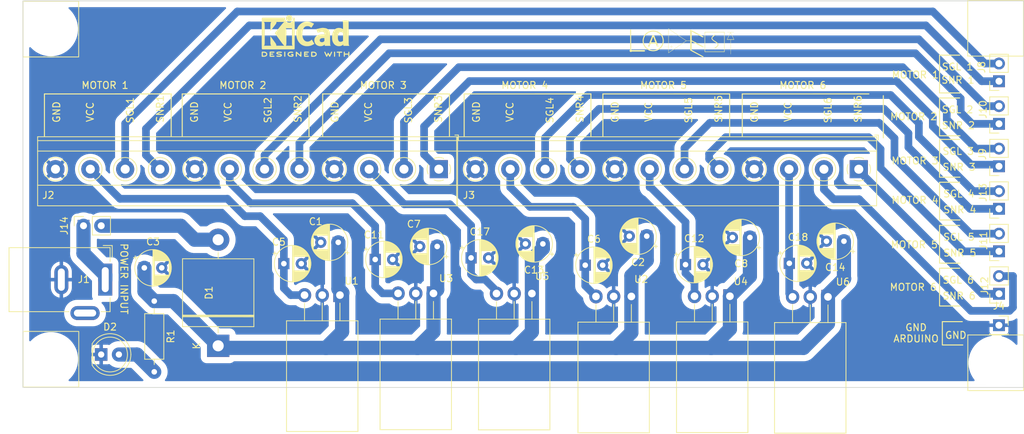
<source format=kicad_pcb>
(kicad_pcb (version 20211014) (generator pcbnew)
  (layers (0 "F.Cu" signal) (31 "B.Cu" signal) (34 "B.Paste" user) (35 "F.Paste" user) (36 "B.SilkS" user "B.Silkscreen") (37 "F.SilkS" user "F.Silkscreen") (38 "B.Mask" user) (39 "F.Mask" user) (44 "Edge.Cuts" user))
  (net 0 "")
  (net 1 "/12V")
  (net 2 "GNDREF")
  (net 3 "/VCC6V_1")
  (net 4 "/VCC6V_4")
  (net 5 "/VCC6V_2")
  (net 6 "/VCC5V_5")
  (net 7 "/VCC6V_3")
  (net 8 "/VCC5V_6")
  (net 9 "/SIGNAL_1")
  (net 10 "/SENSOR_1")
  (net 11 "/SIGNAL_2")
  (net 12 "/SENSOR_2")
  (net 13 "/SIGNAL_3")
  (net 14 "/SENSOR_3")
  (net 15 "/SIGNAL_5")
  (net 16 "/SENSOR_5")
  (net 17 "/SIGNAL_4")
  (net 18 "/SENSOR_4")
  (net 19 "/SIGNAL_6")
  (net 20 "/SENSOR_6")
  (net 21 "Net-(D1-Pad2)")
  (net 22 "Net-(D2-Pad2)")
  (net 23 "Net-(J1-Pad1)")
  (footprint "Connector_BarrelJack:BarrelJack_GCT_DCJ200-10-A_Horizontal" (layer "F.Cu") (at 39.3184 79.7932 -90)
    (fp_text reference "J1" (at -0.04 3.08 180) (layer "F.SilkS"))
    (fp_text value "CONN_ALIMENTAÇÃO_12V")
    (pad "1" thru_hole rect (at 0 0 270) (size 4.6 2) (drill oval 3.6 1) (layers *.Cu *.Mask) (net 23 "Net-(J1-Pad1)"))
    (pad "2" thru_hole oval (at 0 6.3 270) (size 4.2 2) (drill oval 3.2 1) (layers *.Cu *.Mask) (net 2 "GNDREF"))
    (pad "3" thru_hole oval (at 4.8 2.9 270) (size 2 4.2) (drill oval 1 3.2) (layers *.Cu *.Mask))
  )
  (footprint "Capacitor_THT:CP_Radial_D5.0mm_P2.50mm" (layer "F.Cu") (at 91.803688 76.6682)
    (fp_text reference "C17" (at 1.25 -3.75) (layer "F.SilkS"))
    (fp_text value "1uF/50V" hide)
    (pad "1" thru_hole rect (at 0 0) (size 1.6 1.6) (drill 0.8) (layers *.Cu *.Mask) (net 7 "/VCC6V_3"))
    (pad "2" thru_hole circle (at 2.5 0) (size 1.6 1.6) (drill 0.8) (layers *.Cu *.Mask) (net 2 "GNDREF"))
  )
  (footprint "Connector_PinSocket_2.54mm:PinSocket_1x01_P2.54mm_Vertical" (layer "F.Cu") (at 167.5338 86.3432)
    (fp_text reference "J4" (at 0 -2.77) (layer "F.SilkS"))
    (fp_text value "Conn_GND_arduino" hide)
    (pad "1" thru_hole rect (at 0 0) (size 1.7 1.7) (drill 1) (layers *.Cu *.Mask) (net 2 "GNDREF"))
  )
  (footprint "Capacitor_THT:CP_Radial_D5.0mm_P2.50mm" (layer "F.Cu") (at 86.943913 75.0282 180)
    (fp_text reference "C7" (at 3.355112 3.2125) (layer "F.SilkS"))
    (fp_text value "10uF/50V" hide)
    (pad "1" thru_hole rect (at 0 0 180) (size 1.6 1.6) (drill 0.8) (layers *.Cu *.Mask) (net 1 "/12V"))
    (pad "2" thru_hole circle (at 2.5 0 180) (size 1.6 1.6) (drill 0.8) (layers *.Cu *.Mask) (net 2 "GNDREF"))
  )
  (footprint "TerminalBlock_Phoenix:TerminalBlock_Phoenix_MKDS-1,5-12_1x12_P5.00mm_Horizontal" (layer "F.Cu") (at 147.4288 63.9332 180)
    (fp_text reference "J3" (at 55.93 -3.735) (layer "F.SilkS"))
    (fp_text value "Conn_motores_04_06")
    (pad "1" thru_hole rect (at 0 0 180) (size 2.6 2.6) (drill 1.3) (layers *.Cu *.Mask) (net 20 "/SENSOR_6"))
    (pad "2" thru_hole circle (at 5 0 180) (size 2.6 2.6) (drill 1.3) (layers *.Cu *.Mask) (net 19 "/SIGNAL_6"))
    (pad "3" thru_hole circle (at 10 0 180) (size 2.6 2.6) (drill 1.3) (layers *.Cu *.Mask) (net 8 "/VCC5V_6"))
    (pad "4" thru_hole circle (at 15 0 180) (size 2.6 2.6) (drill 1.3) (layers *.Cu *.Mask) (net 2 "GNDREF"))
    (pad "5" thru_hole circle (at 20 0 180) (size 2.6 2.6) (drill 1.3) (layers *.Cu *.Mask) (net 16 "/SENSOR_5"))
    (pad "6" thru_hole circle (at 25 0 180) (size 2.6 2.6) (drill 1.3) (layers *.Cu *.Mask) (net 15 "/SIGNAL_5"))
    (pad "7" thru_hole circle (at 30 0 180) (size 2.6 2.6) (drill 1.3) (layers *.Cu *.Mask) (net 6 "/VCC5V_5"))
    (pad "8" thru_hole circle (at 35 0 180) (size 2.6 2.6) (drill 1.3) (layers *.Cu *.Mask) (net 2 "GNDREF"))
    (pad "9" thru_hole circle (at 40 0 180) (size 2.6 2.6) (drill 1.3) (layers *.Cu *.Mask) (net 18 "/SENSOR_4"))
    (pad "10" thru_hole circle (at 45 0 180) (size 2.6 2.6) (drill 1.3) (layers *.Cu *.Mask) (net 17 "/SIGNAL_4"))
    (pad "11" thru_hole circle (at 50 0 180) (size 2.6 2.6) (drill 1.3) (layers *.Cu *.Mask) (net 4 "/VCC6V_4"))
    (pad "12" thru_hole circle (at 55 0 180) (size 2.6 2.6) (drill 1.3) (layers *.Cu *.Mask) (net 2 "GNDREF"))
  )
  (footprint "Laboratorio_controle:Furo" (layer "F.Cu") (at 167.0588 43.6882)
    (fp_text reference "03" (at -0.02 -0.18 unlocked) (layer "F.SilkS"))
    (fp_text value "Furo")
    (pad "" np_thru_hole circle (at 0 0 180) (size 6 6) (drill 6) (layers F&B.Cu *.Mask))
  )
  (footprint "Connector_PinSocket_2.54mm:PinSocket_1x02_P2.54mm_Vertical" (layer "F.Cu") (at 167.5438 51.2932 180)
    (fp_text reference "J8" (at 2.495 2.015 90) (layer "F.SilkS"))
    (fp_text value "CONN_IN/OU_1" hide)
    (pad "1" thru_hole rect (at 0 0 180) (size 1.7 1.7) (drill 1) (layers *.Cu *.Mask) (net 10 "/SENSOR_1"))
    (pad "2" thru_hole oval (at 0 2.54 180) (size 1.7 1.7) (drill 1) (layers *.Cu *.Mask) (net 9 "/SIGNAL_1"))
  )
  (footprint "Package_TO_SOT_THT:TO-220-3_Horizontal_TabDown" (layer "F.Cu") (at 143.0088 82.2682 180)
    (fp_text reference "U6" (at -2.14 2.15 180) (layer "F.SilkS"))
    (fp_text value "LM7805_TO220")
    (pad "" np_thru_hole oval (at 2.54 -16.66 180) (size 3.5 3.5) (drill 3.5) (layers *.Cu *.Mask))
    (pad "1" thru_hole rect (at 0 0 180) (size 1.905 2) (drill 1.1) (layers *.Cu *.Mask) (net 1 "/12V"))
    (pad "2" thru_hole oval (at 2.54 0 180) (size 1.905 2) (drill 1.1) (layers *.Cu *.Mask) (net 2 "GNDREF"))
    (pad "3" thru_hole oval (at 5.08 0 180) (size 1.905 2) (drill 1.1) (layers *.Cu *.Mask) (net 8 "/VCC5V_6"))
  )
  (footprint "Package_TO_SOT_THT:TO-220-3_Horizontal_TabDown" (layer "F.Cu") (at 114.7988 82.2082 180)
    (fp_text reference "U2" (at -1.41 2.47 180) (layer "F.SilkS"))
    (fp_text value "LM7806_TO220")
    (pad "" np_thru_hole oval (at 2.54 -16.66 180) (size 3.5 3.5) (drill 3.5) (layers *.Cu *.Mask))
    (pad "1" thru_hole rect (at 0 0 180) (size 1.905 2) (drill 1.1) (layers *.Cu *.Mask) (net 1 "/12V"))
    (pad "2" thru_hole oval (at 2.54 0 180) (size 1.905 2) (drill 1.1) (layers *.Cu *.Mask) (net 2 "GNDREF"))
    (pad "3" thru_hole oval (at 5.08 0 180) (size 1.905 2) (drill 1.1) (layers *.Cu *.Mask) (net 4 "/VCC6V_4"))
  )
  (footprint "Capacitor_THT:CP_Radial_D5.0mm_P2.50mm" (layer "F.Cu") (at 131.8088 73.7382 180)
    (fp_text reference "C8" (at 1.25 -3.75) (layer "F.SilkS"))
    (fp_text value "10uF/50V" hide)
    (pad "1" thru_hole rect (at 0 0 180) (size 1.6 1.6) (drill 0.8) (layers *.Cu *.Mask) (net 1 "/12V"))
    (pad "2" thru_hole circle (at 2.5 0 180) (size 1.6 1.6) (drill 0.8) (layers *.Cu *.Mask) (net 2 "GNDREF"))
  )
  (footprint "Package_TO_SOT_THT:TO-220-3_Horizontal_TabDown" (layer "F.Cu") (at 128.9388 82.1782 180)
    (fp_text reference "U4" (at -1.56 2.12 180) (layer "F.SilkS"))
    (fp_text value "LM7805_TO220")
    (pad "" np_thru_hole oval (at 2.54 -16.66 180) (size 3.5 3.5) (drill 3.5) (layers *.Cu *.Mask))
    (pad "1" thru_hole rect (at 0 0 180) (size 1.905 2) (drill 1.1) (layers *.Cu *.Mask) (net 1 "/12V"))
    (pad "2" thru_hole oval (at 2.54 0 180) (size 1.905 2) (drill 1.1) (layers *.Cu *.Mask) (net 2 "GNDREF"))
    (pad "3" thru_hole oval (at 5.08 0 180) (size 1.905 2) (drill 1.1) (layers *.Cu *.Mask) (net 6 "/VCC5V_5"))
  )
  (footprint "Connector_PinSocket_2.54mm:PinSocket_1x02_P2.54mm_Vertical" (layer "F.Cu") (at 167.5438 69.6232 180)
    (fp_text reference "J11" (at 2.22 -4.56 90) (layer "F.SilkS"))
    (fp_text value "CONN_IN/OU_4" hide)
    (pad "1" thru_hole rect (at 0 0 180) (size 1.7 1.7) (drill 1) (layers *.Cu *.Mask) (net 18 "/SENSOR_4"))
    (pad "2" thru_hole oval (at 0 2.54 180) (size 1.7 1.7) (drill 1) (layers *.Cu *.Mask) (net 17 "/SIGNAL_4"))
  )
  (footprint "Package_TO_SOT_THT:TO-220-3_Horizontal_TabDown" (layer "F.Cu") (at 100.5288 81.7882 180)
    (fp_text reference "U5" (at -1.475 2.475 180) (layer "F.SilkS"))
    (fp_text value "LM7806_TO220")
    (pad "" np_thru_hole oval (at 2.54 -16.66 180) (size 3.5 3.5) (drill 3.5) (layers *.Cu *.Mask))
    (pad "1" thru_hole rect (at 0 0 180) (size 1.905 2) (drill 1.1) (layers *.Cu *.Mask) (net 1 "/12V"))
    (pad "2" thru_hole oval (at 2.54 0 180) (size 1.905 2) (drill 1.1) (layers *.Cu *.Mask) (net 2 "GNDREF"))
    (pad "3" thru_hole oval (at 5.08 0 180) (size 1.905 2) (drill 1.1) (layers *.Cu *.Mask) (net 7 "/VCC6V_3"))
  )
  (footprint "Package_TO_SOT_THT:TO-220-3_Horizontal_TabDown" (layer "F.Cu") (at 86.4088 81.7682 180)
    (fp_text reference "U3" (at -1.81 2.145 180) (layer "F.SilkS"))
    (fp_text value "LM7806_TO220")
    (pad "" np_thru_hole oval (at 2.54 -16.66 180) (size 3.5 3.5) (drill 3.5) (layers *.Cu *.Mask))
    (pad "1" thru_hole rect (at 0 0 180) (size 1.905 2) (drill 1.1) (layers *.Cu *.Mask) (net 1 "/12V"))
    (pad "2" thru_hole oval (at 2.54 0 180) (size 1.905 2) (drill 1.1) (layers *.Cu *.Mask) (net 2 "GNDREF"))
    (pad "3" thru_hole oval (at 5.08 0 180) (size 1.905 2) (drill 1.1) (layers *.Cu *.Mask) (net 5 "/VCC6V_2"))
  )
  (footprint "footprints:ladesi" (layer "F.Cu") (at 122.0488 45.7782)
    (fp_text reference "G***" hide)
    (fp_text value "LOGO" hide)
  )
  (footprint "Capacitor_THT:CP_Radial_D5.0mm_P2.50mm" (layer "F.Cu") (at 72.743913 74.4382 180)
    (fp_text reference "C1" (at 3.230112 2.9875) (layer "F.SilkS"))
    (fp_text value "10uF/50V" hide)
    (pad "1" thru_hole rect (at 0 0 180) (size 1.6 1.6) (drill 0.8) (layers *.Cu *.Mask) (net 1 "/12V"))
    (pad "2" thru_hole circle (at 2.5 0 180) (size 1.6 1.6) (drill 0.8) (layers *.Cu *.Mask) (net 2 "GNDREF"))
  )
  (footprint "Capacitor_THT:CP_Radial_D5.0mm_P2.50mm" (layer "F.Cu") (at 78.0488 76.8982)
    (fp_text reference "C11" (at -0.169888 -3.5375) (layer "F.SilkS"))
    (fp_text value "1uF/50V" hide)
    (pad "1" thru_hole rect (at 0 0) (size 1.6 1.6) (drill 0.8) (layers *.Cu *.Mask) (net 5 "/VCC6V_2"))
    (pad "2" thru_hole circle (at 2.5 0) (size 1.6 1.6) (drill 0.8) (layers *.Cu *.Mask) (net 2 "GNDREF"))
  )
  (footprint "Capacitor_THT:CP_Radial_D5.0mm_P2.50mm" (layer "F.Cu") (at 64.943688 77.4982)
    (fp_text reference "C5" (at -0.719888 -3.1125) (layer "F.SilkS"))
    (fp_text value "1uF/50V" hide)
    (pad "1" thru_hole rect (at 0 0) (size 1.6 1.6) (drill 0.8) (layers *.Cu *.Mask) (net 3 "/VCC6V_1"))
    (pad "2" thru_hole circle (at 2.5 0) (size 1.6 1.6) (drill 0.8) (layers *.Cu *.Mask) (net 2 "GNDREF"))
  )
  (footprint "Laboratorio_controle:Furo" (layer "F.Cu") (at 167.0688 91.7382)
    (fp_text reference "04" (at -0.3 -0.05 unlocked) (layer "F.SilkS"))
    (fp_text value "Furo")
    (pad "" np_thru_hole circle (at 0 0 180) (size 6 6) (drill 6) (layers F&B.Cu *.Mask))
  )
  (footprint "TerminalBlock_Phoenix:TerminalBlock_Phoenix_MKDS-1,5-12_1x12_P5.00mm_Horizontal" (layer "F.Cu") (at 87.1788 63.9282 180)
    (fp_text reference "J2" (at 56.03 -3.74) (layer "F.SilkS"))
    (fp_text value "Conn_motores_01_03")
    (pad "1" thru_hole rect (at 0 0 180) (size 2.6 2.6) (drill 1.3) (layers *.Cu *.Mask) (net 14 "/SENSOR_3"))
    (pad "2" thru_hole circle (at 5 0 180) (size 2.6 2.6) (drill 1.3) (layers *.Cu *.Mask) (net 13 "/SIGNAL_3"))
    (pad "3" thru_hole circle (at 10 0 180) (size 2.6 2.6) (drill 1.3) (layers *.Cu *.Mask) (net 7 "/VCC6V_3"))
    (pad "4" thru_hole circle (at 15 0 180) (size 2.6 2.6) (drill 1.3) (layers *.Cu *.Mask) (net 2 "GNDREF"))
    (pad "5" thru_hole circle (at 20 0 180) (size 2.6 2.6) (drill 1.3) (layers *.Cu *.Mask) (net 12 "/SENSOR_2"))
    (pad "6" thru_hole circle (at 25 0 180) (size 2.6 2.6) (drill 1.3) (layers *.Cu *.Mask) (net 11 "/SIGNAL_2"))
    (pad "7" thru_hole circle (at 30 0 180) (size 2.6 2.6) (drill 1.3) (layers *.Cu *.Mask) (net 5 "/VCC6V_2"))
    (pad "8" thru_hole circle (at 35 0 180) (size 2.6 2.6) (drill 1.3) (layers *.Cu *.Mask) (net 2 "GNDREF"))
    (pad "9" thru_hole circle (at 40 0 180) (size 2.6 2.6) (drill 1.3) (layers *.Cu *.Mask) (net 10 "/SENSOR_1"))
    (pad "10" thru_hole circle (at 45 0 180) (size 2.6 2.6) (drill 1.3) (layers *.Cu *.Mask) (net 9 "/SIGNAL_1"))
    (pad "11" thru_hole circle (at 50 0 180) (size 2.6 2.6) (drill 1.3) (layers *.Cu *.Mask) (net 3 "/VCC6V_1"))
    (pad "12" thru_hole circle (at 55 0 180) (size 2.6 2.6) (drill 1.3) (layers *.Cu *.Mask) (net 2 "GNDREF"))
  )
  (footprint "Connector_PinSocket_2.54mm:PinSocket_1x02_P2.54mm_Vertical" (layer "F.Cu") (at 167.5438 57.4132 180)
    (fp_text reference "J10" (at 2.295 2.065 270) (layer "F.SilkS"))
    (fp_text value "CONN_IN/OU_2" hide)
    (pad "1" thru_hole rect (at 0 0 180) (size 1.7 1.7) (drill 1) (layers *.Cu *.Mask) (net 12 "/SENSOR_2"))
    (pad "2" thru_hole oval (at 0 2.54 180) (size 1.7 1.7) (drill 1) (layers *.Cu *.Mask) (net 11 "/SIGNAL_2"))
  )
  (footprint "LED_THT:LED_D5.0mm" (layer "F.Cu") (at 38.7338 90.5482)
    (fp_text reference "D2" (at 1.27 -3.96) (layer "F.SilkS"))
    (fp_text value "LED")
    (pad "1" thru_hole rect (at 0 0) (size 1.8 1.8) (drill 0.9) (layers *.Cu *.Mask) (net 2 "GNDREF"))
    (pad "2" thru_hole circle (at 2.54 0) (size 1.8 1.8) (drill 0.9) (layers *.Cu *.Mask) (net 22 "Net-(D2-Pad2)"))
  )
  (footprint "Capacitor_THT:CP_Radial_D5.0mm_P2.50mm" (layer "F.Cu") (at 117.0088 73.5482 180)
    (fp_text reference "C2" (at 1.25 -3.75) (layer "F.SilkS"))
    (fp_text value "10uF/50V" hide)
    (pad "1" thru_hole rect (at 0 0 180) (size 1.6 1.6) (drill 0.8) (layers *.Cu *.Mask) (net 1 "/12V"))
    (pad "2" thru_hole circle (at 2.5 0 180) (size 1.6 1.6) (drill 0.8) (layers *.Cu *.Mask) (net 2 "GNDREF"))
  )
  (footprint "Resistor_THT:R_Axial_DIN0207_L6.3mm_D2.5mm_P10.16mm_Horizontal" (layer "F.Cu") (at 46.3488 82.8782 -90)
    (fp_text reference "R1" (at 5.08 -2.37 90) (layer "F.SilkS"))
    (fp_text value "1K")
    (pad "1" thru_hole circle (at 0 0 270) (size 1.6 1.6) (drill 0.8) (layers *.Cu *.Mask) (net 1 "/12V"))
    (pad "2" thru_hole oval (at 10.16 0 270) (size 1.6 1.6) (drill 0.8) (layers *.Cu *.Mask) (net 22 "Net-(D2-Pad2)"))
  )
  (footprint "Capacitor_THT:CP_Radial_D5.0mm_P2.50mm" (layer "F.Cu") (at 122.5688 77.6382)
    (fp_text reference "C12" (at 1.25 -3.75) (layer "F.SilkS"))
    (fp_text value "1uF/50V" hide)
    (pad "1" thru_hole rect (at 0 0) (size 1.6 1.6) (drill 0.8) (layers *.Cu *.Mask) (net 6 "/VCC5V_5"))
    (pad "2" thru_hole circle (at 2.5 0) (size 1.6 1.6) (drill 0.8) (layers *.Cu *.Mask) (net 2 "GNDREF"))
  )
  (footprint "Capacitor_THT:CP_Radial_D5.0mm_P2.50mm" (layer "F.Cu") (at 145.2988 74.2782 180)
    (fp_text reference "C14" (at 1.25 -3.75) (layer "F.SilkS"))
    (fp_text value "10uF/50V" hide)
    (pad "1" thru_hole rect (at 0 0 180) (size 1.6 1.6) (drill 0.8) (layers *.Cu *.Mask) (net 1 "/12V"))
    (pad "2" thru_hole circle (at 2.5 0 180) (size 1.6 1.6) (drill 0.8) (layers *.Cu *.Mask) (net 2 "GNDREF"))
  )
  (footprint "Capacitor_THT:CP_Radial_D5.0mm_P2.50mm" (layer "F.Cu") (at 44.923688 78.0982)
    (fp_text reference "C3" (at 1.25 -3.75) (layer "F.SilkS"))
    (fp_text value "1uF/50V")
    (pad "1" thru_hole rect (at 0 0) (size 1.6 1.6) (drill 0.8) (layers *.Cu *.Mask) (net 1 "/12V"))
    (pad "2" thru_hole circle (at 2.5 0) (size 1.6 1.6) (drill 0.8) (layers *.Cu *.Mask) (net 2 "GNDREF"))
  )
  (footprint "Connector_PinSocket_2.54mm:PinSocket_1x02_P2.54mm_Vertical" (layer "F.Cu") (at 167.5438 63.5132 180)
    (fp_text reference "J9" (at 2.37 1.74 90) (layer "F.SilkS"))
    (fp_text value "CONN_IN/OU_3" hide)
    (pad "1" thru_hole rect (at 0 0 180) (size 1.7 1.7) (drill 1) (layers *.Cu *.Mask) (net 14 "/SENSOR_3"))
    (pad "2" thru_hole oval (at 0 2.54 180) (size 1.7 1.7) (drill 1) (layers *.Cu *.Mask) (net 13 "/SIGNAL_3"))
  )
  (footprint "Symbol:KiCad-Logo2_5mm_SilkScreen" (layer "F.Cu") (at 68.0488 44.7782)
    (fp_text reference "REF**" hide)
    (fp_text value "KiCad-Logo" hide)
  )
  (footprint "Laboratorio_controle:D_DO_6A6_DC__P15.24mm_Horizontal_D1.0mm" (layer "F.Cu") (at 57.9188 89.2982 90)
    (fp_text reference "D1" (at 7.62 -3.72 90) (layer "F.SilkS"))
    (fp_text value "1N5404")
    (fp_text user "K" (at 0 -5.5 90) (layer "F.SilkS"))
    (pad "1" thru_hole rect (at 0 -2.4 90) (size 3.2 3.2) (drill 1.6) (layers *.Cu *.Mask) (net 1 "/12V"))
    (pad "2" thru_hole oval (at 15.24 -2.4 90) (size 3.2 3.2) (drill 1.6) (layers *.Cu *.Mask) (net 21 "Net-(D1-Pad2)"))
  )
  (footprint "Capacitor_THT:CP_Radial_D5.0mm_P2.50mm" (layer "F.Cu") (at 137.463688 77.4482)
    (fp_text reference "C18" (at 1.25 -3.75) (layer "F.SilkS"))
    (fp_text value "1uF/50V" hide)
    (pad "1" thru_hole rect (at 0 0) (size 1.6 1.6) (drill 0.8) (layers *.Cu *.Mask) (net 8 "/VCC5V_6"))
    (pad "2" thru_hole circle (at 2.5 0) (size 1.6 1.6) (drill 0.8) (layers *.Cu *.Mask) (net 2 "GNDREF"))
  )
  (footprint "Connector_PinSocket_2.54mm:PinSocket_1x02_P2.54mm_Vertical" (layer "F.Cu") (at 167.5488 81.8282 180)
    (fp_text reference "J12" (at 2.07 1.14 90) (layer "F.SilkS"))
    (fp_text value "CONN_IN/OU_6" hide)
    (pad "1" thru_hole rect (at 0 0 180) (size 1.7 1.7) (drill 1) (layers *.Cu *.Mask) (net 20 "/SENSOR_6"))
    (pad "2" thru_hole oval (at 0 2.54 180) (size 1.7 1.7) (drill 1) (layers *.Cu *.Mask) (net 19 "/SIGNAL_6"))
  )
  (footprint "Capacitor_THT:CP_Radial_D5.0mm_P2.50mm" (layer "F.Cu") (at 102.103913 74.6582 180)
    (fp_text reference "C13" (at 1.25 -3.75) (layer "F.SilkS"))
    (fp_text value "10uF/50V" hide)
    (pad "1" thru_hole rect (at 0 0 180) (size 1.6 1.6) (drill 0.8) (layers *.Cu *.Mask) (net 1 "/12V"))
    (pad "2" thru_hole circle (at 2.5 0 180) (size 1.6 1.6) (drill 0.8) (layers *.Cu *.Mask) (net 2 "GNDREF"))
  )
  (footprint "Laboratorio_controle:Furo" (layer "F.Cu") (at 31.5088 43.8082)
    (fp_text reference "02" (at 0.16 -0.19 unlocked) (layer "F.SilkS"))
    (fp_text value "Furo")
    (pad "" np_thru_hole circle (at 0 0 180) (size 6 6) (drill 6) (layers F&B.Cu *.Mask))
  )
  (footprint "Package_TO_SOT_THT:TO-220-3_Horizontal_TabDown" (layer "F.Cu") (at 72.9888 82.0182 180)
    (fp_text reference "U1" (at -1.675 2.025) (layer "F.SilkS"))
    (fp_text value "LM7806_TO220")
    (pad "" np_thru_hole oval (at 2.54 -16.66 180) (size 3.5 3.5) (drill 3.5) (layers *.Cu *.Mask))
    (pad "1" thru_hole rect (at 0 0 180) (size 1.905 2) (drill 1.1) (layers *.Cu *.Mask) (net 1 "/12V"))
    (pad "2" thru_hole oval (at 2.54 0 180) (size 1.905 2) (drill 1.1) (layers *.Cu *.Mask) (net 2 "GNDREF"))
    (pad "3" thru_hole oval (at 5.08 0 180) (size 1.905 2) (drill 1.1) (layers *.Cu *.Mask) (net 3 "/VCC6V_1"))
  )
  (footprint "Connector_PinSocket_2.54mm:PinSocket_1x02_P2.54mm_Vertical" (layer "F.Cu") (at 167.5438 75.7282 180)
    (fp_text reference "J13" (at 2.295 8.44 90) (layer "F.SilkS"))
    (fp_text value "CONN_IN/OU_5" hide)
    (pad "1" thru_hole rect (at 0 0 180) (size 1.7 1.7) (drill 1) (layers *.Cu *.Mask) (net 16 "/SENSOR_5"))
    (pad "2" thru_hole oval (at 0 2.54 180) (size 1.7 1.7) (drill 1) (layers *.Cu *.Mask) (net 15 "/SIGNAL_5"))
  )
  (footprint "Connector_PinSocket_2.54mm:PinSocket_1x02_P2.54mm_Vertical" (layer "F.Cu") (at 36.1988 72.0532 90)
    (fp_text reference "J14" (at 0 -2.77 90) (layer "F.SilkS"))
    (fp_text value "LIGA/DESLIGA")
    (pad "1" thru_hole rect (at 0 0 90) (size 1.7 1.7) (drill 1) (layers *.Cu *.Mask) (net 23 "Net-(J1-Pad1)"))
    (pad "2" thru_hole oval (at 0 2.54 90) (size 1.7 1.7) (drill 1) (layers *.Cu *.Mask) (net 21 "Net-(D1-Pad2)"))
  )
  (footprint "Capacitor_THT:CP_Radial_D5.0mm_P2.50mm" (layer "F.Cu") (at 108.183688 77.7182)
    (fp_text reference "C6" (at 1.25 -3.75) (layer "F.SilkS"))
    (fp_text value "1uF/50V" hide)
    (pad "1" thru_hole rect (at 0 0) (size 1.6 1.6) (drill 0.8) (layers *.Cu *.Mask) (net 4 "/VCC6V_4"))
    (pad "2" thru_hole circle (at 2.5 0) (size 1.6 1.6) (drill 0.8) (layers *.Cu *.Mask) (net 2 "GNDREF"))
  )
  (footprint "Laboratorio_controle:Furo" (layer "F.Cu") (at 31.5188 91.2282)
    (fp_text reference "01" (at -0.24 -0.21 unlocked) (layer "F.SilkS"))
    (fp_text value "Furo" hide)
    (pad "" np_thru_hole circle (at 0 0 180) (size 6 6) (drill 6) (layers F&B.Cu *.Mask))
  )
  (gr_line (start 159.034 59.6532) (end 161.8988 59.6532) (layer "F.SilkS") (width 0.15))
  (gr_line (start 110.7138 53.1215) (end 110.7138 59.1793) (layer "F.SilkS") (width 0.15))
  (gr_line (start 159.084 71.2282) (end 161.9488 71.2282) (layer "F.SilkS") (width 0.15))
  (gr_line (start 70.5138 53.1215) (end 70.5138 59.1793) (layer "F.SilkS") (width 0.15))
  (gr_line (start 159.034 53.7032) (end 161.8988 53.7032) (layer "F.SilkS") (width 0.15))
  (gr_line (start 159.0164 78.1782) (end 159.0164 83.5782) (layer "F.SilkS") (width 0.15))
  (gr_line (start 159.4164 85.8282) (end 162.2812 85.8282) (layer "F.SilkS") (width 0.15))
  (gr_line (start 68.5488 53.1104) (end 68.5488 59.1682) (layer "F.SilkS") (width 0.15))
  (gr_line (start 150.9488 53.3704) (end 150.9488 59.4282) (layer "F.SilkS") (width 0.15))
  (gr_line (start 159.084 83.5782) (end 161.9488 83.5782) (layer "F.SilkS") (width 0.15))
  (gr_line (start 159.4164 85.8282) (end 159.4164 89.1782) (layer "F.SilkS") (width 0.15))
  (gr_line (start 159.0164 72.0282) (end 159.0164 77.4282) (layer "F.SilkS") (width 0.15))
  (gr_line (start 88.6788 53.1193) (end 70.5138 53.1215) (layer "F.SilkS") (width 0.15))
  (gr_line (start 159.034 72.0032) (end 161.8988 72.0032) (layer "F.SilkS") (width 0.15))
  (gr_line (start 159.034 78.1532) (end 161.8988 78.1532) (layer "F.SilkS") (width 0.15))
  (gr_line (start 159.0164 47.5782) (end 159.0164 52.9782) (layer "F.SilkS") (width 0.15))
  (gr_line (start 159.0164 59.6782) (end 159.0164 65.0782) (layer "F.SilkS") (width 0.15))
  (gr_line (start 128.8788 53.1193) (end 110.7138 53.1215) (layer "F.SilkS") (width 0.15))
  (gr_line (start 159.0164 53.7282) (end 159.0164 59.1282) (layer "F.SilkS") (width 0.15))
  (gr_line (start 159.034 47.5532) (end 161.8988 47.5532) (layer "F.SilkS") (width 0.15))
  (gr_line (start 68.5288 53.1193) (end 50.3638 53.1215) (layer "F.SilkS") (width 0.15))
  (gr_line (start 159.484 89.1782) (end 162.3488 89.1782) (layer "F.SilkS") (width 0.15))
  (gr_line (start 30.5938 53.1215) (end 30.5938 59.1793) (layer "F.SilkS") (width 0.15))
  (gr_line (start 128.8988 53.1104) (end 128.8988 59.1682) (layer "F.SilkS") (width 0.15))
  (gr_line (start 130.7138 53.1215) (end 130.7138 59.1793) (layer "F.SilkS") (width 0.15))
  (gr_line (start 159.0164 65.8282) (end 159.0164 71.2282) (layer "F.SilkS") (width 0.15))
  (gr_line (start 90.8138 53.1215) (end 90.8138 59.1793) (layer "F.SilkS") (width 0.15))
  (gr_line (start 159.084 65.0782) (end 161.9488 65.0782) (layer "F.SilkS") (width 0.15))
  (gr_line (start 48.7588 53.1193) (end 30.5938 53.1215) (layer "F.SilkS") (width 0.15))
  (gr_line (start 108.9788 53.1193) (end 90.8138 53.1215) (layer "F.SilkS") (width 0.15))
  (gr_line (start 159.034 65.8032) (end 161.8988 65.8032) (layer "F.SilkS") (width 0.15))
  (gr_line (start 159.084 59.1282) (end 161.9488 59.1282) (layer "F.SilkS") (width 0.15))
  (gr_line (start 48.7788 53.1104) (end 48.7788 59.1682) (layer "F.SilkS") (width 0.15))
  (gr_line (start 50.3638 53.1215) (end 50.3638 59.1793) (layer "F.SilkS") (width 0.15))
  (gr_line (start 159.084 77.4282) (end 161.9488 77.4282) (layer "F.SilkS") (width 0.15))
  (gr_line (start 159.084 52.9782) (end 161.9488 52.9782) (layer "F.SilkS") (width 0.15))
  (gr_line (start 108.9988 53.1104) (end 108.9988 59.1682) (layer "F.SilkS") (width 0.15))
  (gr_line (start 148.8788 53.1193) (end 130.7138 53.1215) (layer "F.SilkS") (width 0.15))
  (gr_line (start 88.6988 53.1104) (end 88.6988 59.1682) (layer "F.SilkS") (width 0.15))
  (gr_rect (start 27.5074 39.7548) (end 171.0888 95.2782) (layer "Edge.Cuts") (width 0.1) (fill none))
  (gr_text "GND\n" (at 112.4538 55.7193 90) (layer "F.SilkS") (effects (font (size 1 1))))
  (gr_text "VCC\n" (at 77.0688 55.7193 90) (layer "F.SilkS") (effects (font (size 1 1))))
  (gr_text "MOTOR 5" (at 155.3988 74.7782) (layer "F.SilkS") (effects (font (size 1 1))))
  (gr_text "GND\n" (at 72.2538 55.7193 90) (layer "F.SilkS") (effects (font (size 1 1))))
  (gr_text "GND\n" (at 132.4538 55.7193 90) (layer "F.SilkS") (effects (font (size 1 1))))
  (gr_text "SNR6" (at 147.3188 55.2693 90) (layer "F.SilkS") (effects (font (size 1 1))))
  (gr_text "SGL2\n" (at 62.6588 55.4593 90) (layer "F.SilkS") (effects (font (size 1 1))))
  (gr_text "MOTOR 3" (at 155.4988 62.7282) (layer "F.SilkS") (effects (font (size 1 1))))
  (gr_text "SNR3" (at 87.1188 55.2693 90) (layer "F.SilkS") (effects (font (size 1 1))))
  (gr_text "MOTOR 4" (at 155.4988 68.3782) (layer "F.SilkS") (effects (font (size 1 1))))
  (gr_text "MOTOR 5\n" (at 119.4088 51.8793) (layer "F.SilkS") (effects (font (size 1 1))))
  (gr_text "MOTOR 6\n" (at 139.4088 51.8793) (layer "F.SilkS") (effects (font (size 1 1))))
  (gr_text "SGL6\n" (at 143.0088 55.4593 90) (layer "F.SilkS") (effects (font (size 1 1))))
  (gr_text "SNR 4" (at 161.9238 69.7532) (layer "F.SilkS") (effects (font (size 1 1))))
  (gr_text "VCC\n" (at 56.9188 55.7193 90) (layer "F.SilkS") (effects (font (size 1 1))))
  (gr_text "SGL 3\n" (at 161.6988 61.3532) (layer "F.SilkS") (effects (font (size 1 1))))
  (gr_text "VCC\n" (at 137.2688 55.7193 90) (layer "F.SilkS") (effects (font (size 1 1))))
  (gr_text "SNR4" (at 107.4188 55.2693 90) (layer "F.SilkS") (effects (font (size 1 1))))
  (gr_text "SGL1\n" (at 42.8888 55.4593 90) (layer "F.SilkS") (effects (font (size 1 1))))
  (gr_text "SNR 3" (at 161.8238 63.6282) (layer "F.SilkS") (effects (font (size 1 1))))
  (gr_text "SNR5" (at 127.3188 55.2693 90) (layer "F.SilkS") (effects (font (size 1 1))))
  (gr_text "SNR2" (at 66.9688 55.2693 90) (layer "F.SilkS") (effects (font (size 1 1))))
  (gr_text "MOTOR 2" (at 155.2988 56.3782) (layer "F.SilkS") (effects (font (size 1 1))))
  (gr_text "SGL5" (at 123.0088 55.4593 90) (layer "F.SilkS") (effects (font (size 1 1))))
  (gr_text "GND\nARDUINO" (at 155.6488 87.4782) (layer "F.SilkS") (effects (font (size 1 1))))
  (gr_text "MOTOR 1" (at 155.5488 50.3782) (layer "F.SilkS") (effects (font (size 1 1))))
  (gr_text "GND\n" (at 32.3338 55.7193 90) (layer "F.SilkS") (effects (font (size 1 1))))
  (gr_text "MOTOR 6" (at 155.2488 80.8782) (layer "F.SilkS") (effects (font (size 1 1))))
  (gr_text "POWER INPUT\n\n\n" (at 40.3988 79.6782 270) (layer "F.SilkS") (effects (font (size 1 1))))
  (gr_text "GND\n" (at 52.1038 55.7193 90) (layer "F.SilkS") (effects (font (size 1 1))))
  (gr_text "SNR 5" (at 161.9238 75.9532) (layer "F.SilkS") (effects (font (size 1 1))))
  (gr_text "MOTOR 1\n" (at 39.2888 51.8793) (layer "F.SilkS") (effects (font (size 1 1))))
  (gr_text "VCC\n" (at 117.2688 55.7193 90) (layer "F.SilkS") (effects (font (size 1 1))))
  (gr_text "MOTOR 2\n" (at 59.0588 51.8793) (layer "F.SilkS") (effects (font (size 1 1))))
  (gr_text "SGL 5\n" (at 161.7988 73.6782) (layer "F.SilkS") (effects (font (size 1 1))))
  (gr_text "SGL 4\n" (at 161.7988 67.4782) (layer "F.SilkS") (effects (font (size 1 1))))
  (gr_text "SNR 6" (at 161.8238 82.1282) (layer "F.SilkS") (effects (font (size 1 1))))
  (gr_text "MOTOR 3\n" (at 79.2088 51.8793) (layer "F.SilkS") (effects (font (size 1 1))))
  (gr_text "SNR1" (at 47.1988 55.2693 90) (layer "F.SilkS") (effects (font (size 1 1))))
  (gr_text "SGL3\n" (at 82.8088 55.4593 90) (layer "F.SilkS") (effects (font (size 1 1))))
  (gr_text "GND" (at 161.3488 87.7782) (layer "F.SilkS") (effects (font (size 1 1))))
  (gr_text "VCC\n" (at 97.3688 55.7193 90) (layer "F.SilkS") (effects (font (size 1 1))))
  (gr_text "SGL 1" (at 161.5988 49.2282) (layer "F.SilkS") (effects (font (size 1 1))))
  (gr_text "SNR 2" (at 161.7238 57.6532) (layer "F.SilkS") (effects (font (size 1 1))))
  (gr_text "VCC\n" (at 37.1488 55.7193 90) (layer "F.SilkS") (effects (font (size 1 1))))
  (gr_text "SGL 6" (at 161.6988 79.8532) (layer "F.SilkS") (effects (font (size 1 1))))
  (gr_text "MOTOR 4\n" (at 99.5088 51.8793) (layer "F.SilkS") (effects (font (size 1 1))))
  (gr_text "SGL4\n" (at 103.1088 55.4593 90) (layer "F.SilkS") (effects (font (size 1 1))))
  (gr_text "GND\n" (at 92.5538 55.7193 90) (layer "F.SilkS") (effects (font (size 1 1))))
  (gr_text "SNR 1" (at 161.6488 51.1282) (layer "F.SilkS") (effects (font (size 1 1))))
  (gr_text "SGL 2\n" (at 161.5988 55.3782) (layer "F.SilkS") (effects (font (size 1 1))))
  (segment (start 72.7688 74.463087) (end 72.7688 81.124151) (width 2.03286) (layer "B.Cu") (net 1))
  (segment (start 128.9388 82.1782) (end 131.8088 79.3082) (width 2.03286) (layer "B.Cu") (net 1))
  (segment (start 114.7988 87.3982) (end 112.5988 89.5982) (width 2.03286) (layer "B.Cu") (net 1))
  (segment (start 70.9788 89.5982) (end 84.0988 89.5982) (width 2.03286) (layer "B.Cu") (net 1))
  (segment (start 128.9388 86.8882) (end 126.2288 89.5982) (width 2.03286) (layer "B.Cu") (net 1))
  (segment (start 86.4088 81.7682) (end 86.4088 87.2882) (width 2.03286) (layer "B.Cu") (net 1))
  (segment (start 114.7988 82.2082) (end 114.7988 87.3982) (width 2.03286) (layer "B.Cu") (net 1))
  (segment (start 126.2288 89.5982) (end 139.4988 89.5982) (width 2.03286) (layer "B.Cu") (net 1))
  (segment (start 73.2988 82.176175) (end 73.2988 87.2782) (width 2.03286) (layer "B.Cu") (net 1))
  (segment (start 131.8088 79.3082) (end 131.8088 73.7382) (width 2.03286) (layer "B.Cu") (net 1))
  (segment (start 114.7988 82.2082) (end 114.7988 79.2382) (width 2.03286) (layer "B.Cu") (net 1))
  (segment (start 49.0988 82.8782) (end 55.5188 89.2982) (width 2.03286) (layer "B.Cu") (net 1))
  (segment (start 46.3488 82.8782) (end 44.943688 81.473088) (width 2.03286) (layer "B.Cu") (net 1))
  (segment (start 44.943688 81.473088) (end 44.943688 78.1182) (width 2.03286) (layer "B.Cu") (net 1))
  (segment (start 98.2188 89.5982) (end 112.5988 89.5982) (width 2.03286) (layer "B.Cu") (net 1))
  (segment (start 128.9388 82.1782) (end 128.9388 86.8882) (width 2.03286) (layer "B.Cu") (net 1))
  (segment (start 72.743913 74.4382) (end 72.7688 74.463087) (width 2.03286) (layer "B.Cu") (net 1))
  (segment (start 55.5188 89.2982) (end 55.8488 88.9682) (width 2.03286) (layer "B.Cu") (net 1))
  (segment (start 143.0088 81.9582) (end 145.3288 79.6382) (width 2.03286) (layer "B.Cu") (net 1))
  (segment (start 86.4088 87.2882) (end 84.0988 89.5982) (width 2.03286) (layer "B.Cu") (net 1))
  (segment (start 73.2988 87.2782) (end 70.9788 89.5982) (width 2.03286) (layer "B.Cu") (net 1))
  (segment (start 145.2988 79.6082) (end 145.3288 79.6382) (width 2.03286) (layer "B.Cu") (net 1))
  (segment (start 72.7688 81.124151) (end 73.3488 81.704151) (width 2.03286) (layer "B.Cu") (net 1))
  (segment (start 102.103913 75.320313) (end 102.103913 74.6582) (width 2.03286) (layer "B.Cu") (net 1))
  (segment (start 100.5288 76.894151) (end 100.530075 76.894151) (width 2.03286) (layer "B.Cu") (net 1))
  (segment (start 56.5788 89.5982) (end 70.9788 89.5982) (width 2.03286) (layer "B.Cu") (net 1))
  (segment (start 139.4988 89.5982) (end 143.0088 86.0882) (width 2.03286) (layer "B.Cu") (net 1))
  (segment (start 86.943913 81.233087) (end 86.4088 81.7682) (width 2.03286) (layer "B.Cu") (net 1))
  (segment (start 46.3488 82.8782) (end 49.0988 82.8782) (width 2.03286) (layer "B.Cu") (net 1))
  (segment (start 100.5288 81.7882) (end 100.5288 76.894151) (width 2.03286) (layer "B.Cu") (net 1))
  (segment (start 100.530075 76.894151) (end 102.103913 75.320313) (width 2.03286) (layer "B.Cu") (net 1))
  (segment (start 100.5288 81.7882) (end 100.5288 87.2882) (width 2.03286) (layer "B.Cu") (net 1))
  (segment (start 55.8488 88.8682) (end 56.5788 89.5982) (width 2.03286) (layer "B.Cu") (net 1))
  (segment (start 143.0088 82.2682) (end 143.0088 81.9582) (width 2.03286) (layer "B.Cu") (net 1))
  (segment (start 143.0088 86.0882) (end 143.0088 82.2682) (width 2.03286) (layer "B.Cu") (net 1))
  (segment (start 114.7988 79.2382) (end 117.0088 77.0282) (width 2.03286) (layer "B.Cu") (net 1))
  (segment (start 100.5288 87.2882) (end 98.2188 89.5982) (width 2.03286) (layer "B.Cu") (net 1))
  (segment (start 86.943913 75.0282) (end 86.943913 81.233087) (width 2.03286) (layer "B.Cu") (net 1))
  (segment (start 112.5988 89.5982) (end 126.2288 89.5982) (width 2.03286) (layer "B.Cu") (net 1))
  (segment (start 44.943688 78.1182) (end 44.923688 78.0982) (width 2.03286) (layer "B.Cu") (net 1))
  (segment (start 145.2988 74.2782) (end 145.2988 79.6082) (width 2.03286) (layer "B.Cu") (net 1))
  (segment (start 84.0988 89.5982) (end 98.2188 89.5982) (width 2.03286) (layer "B.Cu") (net 1))
  (segment (start 117.0088 77.0282) (end 117.0088 73.5482) (width 2.03286) (layer "B.Cu") (net 1))
  (segment (start 37.1788 63.9282) (end 41.4288 68.1782) (width 1.1) (layer "B.Cu") (net 3))
  (segment (start 61.5488 70.6782) (end 64.943688 74.073088) (width 1.1) (layer "B.Cu") (net 3))
  (segment (start 64.943688 77.4982) (end 64.943688 81.023088) (width 1.1) (layer "B.Cu") (net 3))
  (segment (start 41.4288 68.1782) (end 56.8488 68.1782) (width 1.1) (layer "B.Cu") (net 3))
  (segment (start 64.943688 74.073088) (end 64.943688 77.4982) (width 1.1) (layer "B.Cu") (net 3))
  (segment (start 59.3488 70.6782) (end 61.5488 70.6782) (width 1.1) (layer "B.Cu") (net 3))
  (segment (start 56.8488 68.1782) (end 59.3488 70.6782) (width 1.1) (layer "B.Cu") (net 3))
  (segment (start 65.9388 82.0182) (end 67.9088 82.0182) (width 1.1) (layer "B.Cu") (net 3))
  (segment (start 64.943688 81.023088) (end 65.9388 82.0182) (width 1.1) (layer "B.Cu") (net 3))
  (segment (start 108.183688 71.083088) (end 106.4388 69.3382) (width 1.1) (layer "B.Cu") (net 4))
  (segment (start 106.4388 69.3382) (end 100.2488 69.3382) (width 1.1) (layer "B.Cu") (net 4))
  (segment (start 97.4288 66.5182) (end 97.4288 63.9332) (width 1.1) (layer "B.Cu") (net 4))
  (segment (start 108.183688 80.673088) (end 108.183688 77.7182) (width 1.1) (layer "B.Cu") (net 4))
  (segment (start 109.7188 82.2082) (end 108.183688 80.673088) (width 1.1) (layer "B.Cu") (net 4))
  (segment (start 108.183688 77.7182) (end 108.183688 71.083088) (width 1.1) (layer "B.Cu") (net 4))
  (segment (start 100.2488 69.3382) (end 97.4288 66.5182) (width 1.1) (layer "B.Cu") (net 4))
  (segment (start 79.0988 81.7682) (end 81.3288 81.7682) (width 1.1) (layer "B.Cu") (net 5))
  (segment (start 78.0488 76.8982) (end 78.0488 80.7182) (width 1.1) (layer "B.Cu") (net 5))
  (segment (start 74.7688 68.8182) (end 78.0488 72.0982) (width 1.1) (layer "B.Cu") (net 5))
  (segment (start 57.1788 65.8182) (end 60.1788 68.8182) (width 1.1) (layer "B.Cu") (net 5))
  (segment (start 78.0488 80.7182) (end 79.0988 81.7682) (width 1.1) (layer "B.Cu") (net 5))
  (segment (start 60.1788 68.8182) (end 74.7688 68.8182) (width 1.1) (layer "B.Cu") (net 5))
  (segment (start 57.1788 63.9282) (end 57.1788 65.8182) (width 1.1) (layer "B.Cu") (net 5))
  (segment (start 78.0488 72.0982) (end 78.0488 76.8982) (width 1.1) (layer "B.Cu") (net 5))
  (segment (start 117.4288 66.5082) (end 117.4288 63.9332) (width 1.1) (layer "B.Cu") (net 6))
  (segment (start 122.5688 77.6382) (end 122.5688 71.5282) (width 1.1) (layer "B.Cu") (net 6))
  (segment (start 122.5688 78.8782) (end 122.5688 77.6382) (width 1.1) (layer "B.Cu") (net 6))
  (segment (start 123.8588 82.1782) (end 123.8588 80.1682) (width 1.1) (layer "B.Cu") (net 6))
  (segment (start 122.5688 71.5282) (end 117.5488 66.5082) (width 1.1) (layer "B.Cu") (net 6))
  (segment (start 117.5488 66.5082) (end 117.4288 66.5082) (width 1.1) (layer "B.Cu") (net 6))
  (segment (start 123.8588 80.1682) (end 122.5688 78.8782) (width 1.1) (layer "B.Cu") (net 6))
  (segment (start 92.5488 79.7782) (end 93.7988 79.7782) (width 1.1) (layer "B.Cu") (net 7))
  (segment (start 82.2188 68.9682) (end 77.1788 63.9282) (width 1.1) (layer "B.Cu") (net 7))
  (segment (start 91.803688 76.6682) (end 91.803688 79.033088) (width 1.1) (layer "B.Cu") (net 7))
  (segment (start 91.803688 79.033088) (end 92.5488 79.7782) (width 1.1) (layer "B.Cu") (net 7))
  (segment (start 88.7688 68.9682) (end 82.2188 68.9682) (width 1.1) (layer "B.Cu") (net 7))
  (segment (start 91.803688 76.6682) (end 91.803688 72.003088) (width 1.1) (layer "B.Cu") (net 7))
  (segment (start 91.803688 72.003088) (end 88.7688 68.9682) (width 1.1) (layer "B.Cu") (net 7))
  (segment (start 93.7988 79.7782) (end 95.4488 81.4282) (width 1.1) (layer "B.Cu") (net 7))
  (segment (start 95.4488 81.4282) (end 95.4488 81.7882) (width 1.1) (layer "B.Cu") (net 7))
  (segment (start 137.4288 63.9332) (end 137.4288 77.413312) (width 1.1) (layer "B.Cu") (net 8))
  (segment (start 137.9288 82.2682) (end 137.4488 81.7882) (width 1.1) (layer "B.Cu") (net 8))
  (segment (start 137.4288 77.413312) (end 137.463688 77.4482) (width 1.1) (layer "B.Cu") (net 8))
  (segment (start 137.4488 77.463088) (end 137.463688 77.4482) (width 1.1) (layer "B.Cu") (net 8))
  (segment (start 137.4488 81.7882) (end 137.4488 77.463088) (width 1.1) (layer "B.Cu") (net 8))
  (segment (start 58.265 41.2782) (end 42.1788 57.3644) (width 1.1) (layer "B.Cu") (net 9))
  (segment (start 167.5438 48.7532) (end 165.5238 48.7532) (width 1.1) (layer "B.Cu") (net 9))
  (segment (start 158.0488 41.2782) (end 58.265 41.2782) (width 1.1) (layer "B.Cu") (net 9))
  (segment (start 42.1788 57.3644) (end 42.1788 63.9282) (width 1.1) (layer "B.Cu") (net 9))
  (segment (start 165.5238 48.7532) (end 158.0488 41.2782) (width 1.1) (layer "B.Cu") (net 9))
  (segment (start 167.5438 51.2932) (end 165.0638 51.2932) (width 1.1) (layer "B.Cu") (net 10))
  (segment (start 45.1604 58.1166) (end 45.1604 61.9098) (width 1.1) (layer "B.Cu") (net 10))
  (segment (start 59.9988 43.2782) (end 45.1604 58.1166) (width 1.1) (layer "B.Cu") (net 10))
  (segment (start 157.0488 43.2782) (end 59.9988 43.2782) (width 1.1) (layer "B.Cu") (net 10))
  (segment (start 165.0638 51.2932) (end 157.0488 43.2782) (width 1.1) (layer "B.Cu") (net 10))
  (segment (start 45.1604 61.9098) (end 47.1788 63.9282) (width 1.1) (layer "B.Cu") (net 10))
  (segment (start 156.0488 45.2782) (end 78.8014 45.2782) (width 1.1) (layer "B.Cu") (net 11))
  (segment (start 167.5438 54.8732) (end 165.6438 54.8732) (width 1.1) (layer "B.Cu") (net 11))
  (segment (start 165.6438 54.8732) (end 156.0488 45.2782) (width 1.1) (layer "B.Cu") (net 11))
  (segment (start 62.1788 61.9008) (end 62.1788 63.9282) (width 1.1) (layer "B.Cu") (net 11))
  (segment (start 78.8014 45.2782) (end 62.1788 61.9008) (width 1.1) (layer "B.Cu") (net 11))
  (segment (start 162.0488 53.7782) (end 155.5488 47.2782) (width 1.1) (layer "B.Cu") (net 12))
  (segment (start 167.5438 57.4132) (end 163.6838 57.4132) (width 1.1) (layer "B.Cu") (net 12))
  (segment (start 80.0488 47.2782) (end 67.1788 60.1482) (width 1.1) (layer "B.Cu") (net 12))
  (segment (start 67.1788 60.1482) (end 67.1788 63.9282) (width 1.1) (layer "B.Cu") (net 12))
  (segment (start 162.0488 55.7782) (end 162.0488 53.7782) (width 1.1) (layer "B.Cu") (net 12))
  (segment (start 163.6838 57.4132) (end 162.0488 55.7782) (width 1.1) (layer "B.Cu") (net 12))
  (segment (start 155.5488 47.2782) (end 80.0488 47.2782) (width 1.1) (layer "B.Cu") (net 12))
  (segment (start 167.5438 60.9732) (end 164.2438 60.9732) (width 1.1) (layer "B.Cu") (net 13))
  (segment (start 153.7208 49.2782) (end 90.0488 49.2782) (width 1.1) (layer "B.Cu") (net 13))
  (segment (start 82.1788 57.1482) (end 82.1788 63.9282) (width 1.1) (layer "B.Cu") (net 13))
  (segment (start 160.0488 56.7782) (end 160.0488 55.6062) (width 1.1) (layer "B.Cu") (net 13))
  (segment (start 164.2438 60.9732) (end 160.0488 56.7782) (width 1.1) (layer "B.Cu") (net 13))
  (segment (start 160.0488 55.6062) (end 153.7208 49.2782) (width 1.1) (layer "B.Cu") (net 13))
  (segment (start 90.0488 49.2782) (end 82.1788 57.1482) (width 1.1) (layer "B.Cu") (net 13))
  (segment (start 152.8252 51.2782) (end 91.572 51.2782) (width 1.1) (layer "B.Cu") (net 14))
  (segment (start 163.5488 63.2782) (end 158.0488 57.7782) (width 1.1) (layer "B.Cu") (net 14))
  (segment (start 85.0638 61.8132) (end 87.1788 63.9282) (width 1.1) (layer "B.Cu") (net 14))
  (segment (start 85.0638 57.7864) (end 85.0638 61.8132) (width 1.1) (layer "B.Cu") (net 14))
  (segment (start 158.0488 56.5018) (end 152.8252 51.2782) (width 1.1) (layer "B.Cu") (net 14))
  (segment (start 158.0488 57.7782) (end 158.0488 56.5018) (width 1.1) (layer "B.Cu") (net 14))
  (segment (start 91.572 51.2782) (end 85.0638 57.7864) (width 1.1) (layer "B.Cu") (net 14))
  (segment (start 167.3088 63.2782) (end 163.5488 63.2782) (width 1.1) (layer "B.Cu") (net 14))
  (segment (start 167.5438 63.5132) (end 167.3088 63.2782) (width 1.1) (layer "B.Cu") (net 14))
  (segment (start 152.5488 62.2782) (end 152.5488 59.4854) (width 1.1) (layer "B.Cu") (net 15))
  (segment (start 152.5488 59.4854) (end 150.3416 57.2782) (width 1.1) (layer "B.Cu") (net 15))
  (segment (start 122.4288 60.8982) (end 122.4288 63.9332) (width 1.1) (layer "B.Cu") (net 15))
  (segment (start 150.3416 57.2782) (end 126.0488 57.2782) (width 1.1) (layer "B.Cu") (net 15))
  (segment (start 126.0488 57.2782) (end 122.4288 60.8982) (width 1.1) (layer "B.Cu") (net 15))
  (segment (start 163.4588 73.1882) (end 152.5488 62.2782) (width 1.1) (layer "B.Cu") (net 15))
  (segment (start 167.5438 73.1882) (end 163.4588 73.1882) (width 1.1) (layer "B.Cu") (net 15))
  (segment (start 128.3454 59.3358) (end 125.9578 61.7234) (width 1.1) (layer "B.Cu") (net 16))
  (segment (start 150.5488 61.0414) (end 148.8432 59.3358) (width 1.1) (layer "B.Cu") (net 16))
  (segment (start 125.9578 62.4622) (end 127.4288 63.9332) (width 1.1) (layer "B.Cu") (net 16))
  (segment (start 162.4988 75.7282) (end 150.5488 63.7782) (width 1.1) (layer "B.Cu") (net 16))
  (segment (start 150.5488 63.7782) (end 150.5488 61.0414) (width 1.1) (layer "B.Cu") (net 16))
  (segment (start 148.8432 59.3358) (end 128.3454 59.3358) (width 1.1) (layer "B.Cu") (net 16))
  (segment (start 125.9578 61.7234) (end 125.9578 62.4622) (width 1.1) (layer "B.Cu") (net 16))
  (segment (start 167.5438 75.7282) (end 162.4988 75.7282) (width 1.1) (layer "B.Cu") (net 16))
  (segment (start 156.0488 59.2782) (end 156.0488 57.3212) (width 1.1) (layer "B.Cu") (net 17))
  (segment (start 167.5438 67.0832) (end 163.8538 67.0832) (width 1.1) (layer "B.Cu") (net 17))
  (segment (start 163.8538 67.0832) (end 156.0488 59.2782) (width 1.1) (layer "B.Cu") (net 17))
  (segment (start 102.4288 59.3982) (end 102.4288 63.9332) (width 1.1) (layer "B.Cu") (net 17))
  (segment (start 152.0058 53.2782) (end 108.5488 53.2782) (width 1.1) (layer "B.Cu") (net 17))
  (segment (start 156.0488 57.3212) (end 152.0058 53.2782) (width 1.1) (layer "B.Cu") (net 17))
  (segment (start 108.5488 53.2782) (end 102.4288 59.3982) (width 1.1) (layer "B.Cu") (net 17))
  (segment (start 154.5488 58.7676) (end 151.0594 55.2782) (width 1.1) (layer "B.Cu") (net 18))
  (segment (start 105.9934 59.4374) (end 105.9934 62.4978) (width 1.1) (layer "B.Cu") (net 18))
  (segment (start 110.1526 55.2782) (end 105.9934 59.4374) (width 1.1) (layer "B.Cu") (net 18))
  (segment (start 151.0594 55.2782) (end 110.1526 55.2782) (width 1.1) (layer "B.Cu") (net 18))
  (segment (start 167.5438 69.6232) (end 163.3938 69.6232) (width 1.1) (layer "B.Cu") (net 18))
  (segment (start 163.3938 69.6232) (end 154.5488 60.7782) (width 1.1) (layer "B.Cu") (net 18))
  (segment (start 154.5488 60.7782) (end 154.5488 58.7676) (width 1.1) (layer "B.Cu") (net 18))
  (segment (start 105.9934 62.4978) (end 107.4288 63.9332) (width 1.1) (layer "B.Cu") (net 18))
  (segment (start 163.5188 84.2782) (end 147.4888 68.2482) (width 1.1) (layer "B.Cu") (net 19))
  (segment (start 143.8388 68.2482) (end 142.4288 66.8382) (width 1.1) (layer "B.Cu") (net 19))
  (segment (start 169.5488 79.2782) (end 169.5488 83.7782) (width 1.1) (layer "B.Cu") (net 19))
  (segment (start 168.750881 79.2882) (end 168.760881 79.2782) (width 1.1) (layer "B.Cu") (net 19))
  (segment (start 168.760881 79.2782) (end 169.5488 79.2782) (width 1.1) (layer "B.Cu") (net 19))
  (segment (start 167.5488 79.2882) (end 168.750881 79.2882) (width 1.1) (layer "B.Cu") (net 19))
  (segment (start 169.5488 83.7782) (end 169.0488 84.2782) (width 1.1) (layer "B.Cu") (net 19))
  (segment (start 142.4288 66.8382) (end 142.4288 63.9332) (width 1.1) (layer "B.Cu") (net 19))
  (segment (start 147.4888 68.2482) (end 143.8388 68.2482) (width 1.1) (layer "B.Cu") (net 19))
  (segment (start 169.0488 84.2782) (end 163.5188 84.2782) (width 1.1) (layer "B.Cu") (net 19))
  (segment (start 147.4288 63.9332) (end 147.4288 64.1482) (width 1.1) (layer "B.Cu") (net 20))
  (segment (start 165.1088 81.8282) (end 167.5488 81.8282) (width 1.1) (layer "B.Cu") (net 20))
  (segment (start 147.4288 64.1482) (end 165.1088 81.8282) (width 1.1) (layer "B.Cu") (net 20))
  (segment (start 52.1388 74.0582) (end 50.1338 72.0532) (width 2.03286) (layer "B.Cu") (net 21))
  (segment (start 50.1338 72.0532) (end 38.7388 72.0532) (width 2.03286) (layer "B.Cu") (net 21))
  (segment (start 55.5188 74.0582) (end 52.1388 74.0582) (width 2.03286) (layer "B.Cu") (net 21))
  (segment (start 43.8588 90.5482) (end 46.3488 93.0382) (width 2.03286) (layer "B.Cu") (net 22))
  (segment (start 41.2738 90.5482) (end 43.8588 90.5482) (width 2.03286) (layer "B.Cu") (net 22))
  (segment (start 36.1888 76.0082) (end 36.1988 75.9982) (width 2.03286) (layer "B.Cu") (net 23))
  (segment (start 39.3184 79.7932) (end 39.3184 79.1378) (width 2.03286) (layer "B.Cu") (net 23))
  (segment (start 39.3184 79.1378) (end 36.1888 76.0082) (width 2.03286) (layer "B.Cu") (net 23))
  (segment (start 36.1988 75.9982) (end 36.1988 72.0532) (width 2.03286) (layer "B.Cu") (net 23))
  (zone (net 2) (net_name "GNDREF") (layer "B.Cu") (connect_pads (clearance 0.9)) (min_thickness 0.254) (fill yes (thermal_gap 0.508) (thermal_bridge_width 0.508))
    (polygon (pts (xy 171.058045 95.298402) (xy 27.498404 95.279671) (xy 27.50908 39.778) (xy 171.038721 39.776731)))
  )
)
</source>
